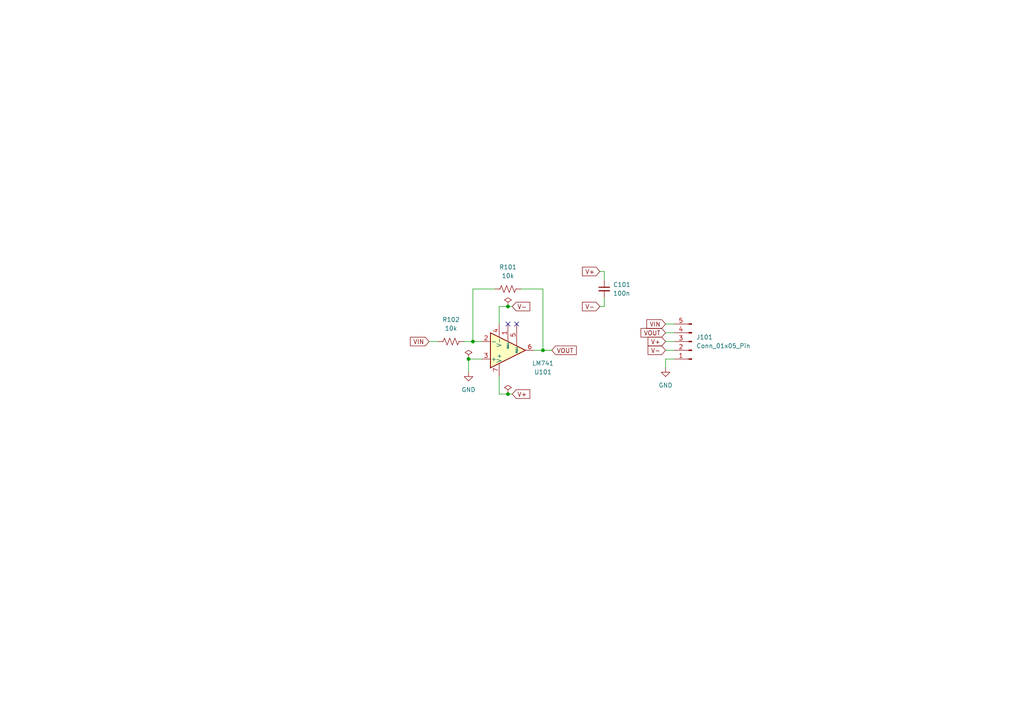
<source format=kicad_sch>
(kicad_sch (version 20231120) (generator "eeschema") (generator_version "8.0")
  (paper "A4")
  (lib_symbols
    (symbol "Amplifier_Operational:LM741" (pin_names (offset 0.127))
      (property "Reference" "U" (at 0 6.35 0))
      (property "Value" "LM741" (at 0 3.81 0))
      (symbol "LM741_0_1"
        (polyline (pts (xy -5.08 5.08) (xy 5.08 0) (xy -5.08 -5.08) (xy -5.08 5.08)) (stroke (width 0.254)) (fill (type background)))
      )
      (symbol "LM741_1_1"
        (pin input line (at 0 -7.62 90) (length 5.08) (name "NULL") (number "1"))
        (pin input line (at -7.62 -2.54 0) (length 2.54) (name "-") (number "2"))
        (pin input line (at -7.62 2.54 0) (length 2.54) (name "+") (number "3"))
        (pin power_in line (at -2.54 -7.62 90) (length 3.81) (name "V-") (number "4"))
        (pin input line (at 2.54 -7.62 90) (length 6.35) (name "NULL") (number "5"))
        (pin output line (at 7.62 0 180) (length 2.54) (name "~") (number "6"))
        (pin power_in line (at -2.54 7.62 270) (length 3.81) (name "V+") (number "7"))
        (pin no_connect line (at 0 2.54 270) (length 2.54) hide (name "NC") (number "8"))
      )
    )
    (symbol "Connector:Conn_01x05_Pin" (pin_names (offset 1.016) hide)
      (property "Reference" "J" (at 0 7.62 0))
      (property "Value" "Conn_01x05_Pin" (at 0 -7.62 0))
      (symbol "Conn_01x05_Pin_1_1"
        (polyline (pts (xy 1.27 -5.08) (xy 0.8636 -5.08)) (stroke (width 0.1524)))
        (polyline (pts (xy 1.27 -2.54) (xy 0.8636 -2.54)) (stroke (width 0.1524)))
        (polyline (pts (xy 1.27 0) (xy 0.8636 0)) (stroke (width 0.1524)))
        (polyline (pts (xy 1.27 2.54) (xy 0.8636 2.54)) (stroke (width 0.1524)))
        (polyline (pts (xy 1.27 5.08) (xy 0.8636 5.08)) (stroke (width 0.1524)))
        (rectangle (start 0.8636 -4.953) (end 0 -5.207) (stroke (width 0.1524)) (fill (type outline)))
        (rectangle (start 0.8636 -2.413) (end 0 -2.667) (stroke (width 0.1524)) (fill (type outline)))
        (rectangle (start 0.8636 0.127) (end 0 -0.127) (stroke (width 0.1524)) (fill (type outline)))
        (rectangle (start 0.8636 2.667) (end 0 2.413) (stroke (width 0.1524)) (fill (type outline)))
        (rectangle (start 0.8636 5.207) (end 0 4.953) (stroke (width 0.1524)) (fill (type outline)))
        (pin passive line (at 5.08 5.08 180) (length 3.81) (name "Pin_1") (number "1"))
        (pin passive line (at 5.08 2.54 180) (length 3.81) (name "Pin_2") (number "2"))
        (pin passive line (at 5.08 0 180) (length 3.81) (name "Pin_3") (number "3"))
        (pin passive line (at 5.08 -2.54 180) (length 3.81) (name "Pin_4") (number "4"))
        (pin passive line (at 5.08 -5.08 180) (length 3.81) (name "Pin_5") (number "5"))
      )
    )
    (symbol "Device:C_Small" (pin_numbers hide) (pin_names (offset 0.254) hide)
      (property "Reference" "C" (at 0.254 1.778 0))
      (property "Value" "C_Small" (at 0.254 -2.032 0))
      (symbol "C_Small_0_1"
        (polyline (pts (xy -1.524 -0.508) (xy 1.524 -0.508)) (stroke (width 0.3302)))
        (polyline (pts (xy -1.524 0.508) (xy 1.524 0.508)) (stroke (width 0.3048)))
      )
      (symbol "C_Small_1_1"
        (pin passive line (at 0 2.54 270) (length 2.032) (name "~") (number "1"))
        (pin passive line (at 0 -2.54 90) (length 2.032) (name "~") (number "2"))
      )
    )
    (symbol "Device:R_US" (pin_numbers hide) (pin_names (offset 0))
      (property "Reference" "R" (at 2.54 0 90))
      (property "Value" "R_US" (at -2.54 0 90))
      (symbol "R_US_0_1"
        (polyline (pts (xy 0 -2.286) (xy 0 -2.54)))
        (polyline (pts (xy 0 2.286) (xy 0 2.54)))
        (polyline (pts (xy 0 -0.762) (xy 1.016 -1.143) (xy 0 -1.524) (xy -1.016 -1.905) (xy 0 -2.286)))
        (polyline (pts (xy 0 0.762) (xy 1.016 0.381) (xy 0 0) (xy -1.016 -0.381) (xy 0 -0.762)))
        (polyline (pts (xy 0 2.286) (xy 1.016 1.905) (xy 0 1.524) (xy -1.016 1.143) (xy 0 0.762)))
      )
      (symbol "R_US_1_1"
        (pin passive line (at 0 3.81 270) (length 1.27) (name "~") (number "1"))
        (pin passive line (at 0 -3.81 90) (length 1.27) (name "~") (number "2"))
      )
    )
    (symbol "power:GND" (power) (pin_numbers hide) (pin_names (offset 0) hide)
      (property "Value" "GND" (at 0 -3.81 0))
      (symbol "GND_0_1"
        (polyline (pts (xy 0 0) (xy 0 -1.27) (xy 1.27 -1.27) (xy 0 -2.54) (xy -1.27 -1.27) (xy 0 -1.27)))
      )
      (symbol "GND_1_1"
        (pin power_in line (at 0 0 270) (length 0) (name "~") (number "1"))
      )
    )
    (symbol "power:PWR_FLAG" (power) (pin_numbers hide) (pin_names (offset 0) hide)
      (property "Value" "PWR_FLAG" (at 0 3.81 0))
      (symbol "PWR_FLAG_0_0"
        (pin power_out line (at 0 0 90) (length 0) (name "~") (number "1"))
      )
      (symbol "PWR_FLAG_0_1"
        (polyline (pts (xy 0 0) (xy 0 1.27) (xy -1.016 1.905) (xy 0 2.54) (xy 1.016 1.905) (xy 0 1.27)))
      )
    )
  )
  (junction (at 137.16 99.06))
  (junction (at 147.32 114.3))
  (junction (at 135.89 104.14))
  (junction (at 147.32 88.9))
  (junction (at 157.48 101.6))
  (no_connect (at 147.32 93.98))
  (no_connect (at 149.86 93.98))
  (wire (pts (xy 175.26 78.74) (xy 173.99 78.74)))
  (wire (pts (xy 175.26 86.36) (xy 175.26 88.9)))
  (wire (pts (xy 134.62 99.06) (xy 137.16 99.06)))
  (wire (pts (xy 193.04 99.06) (xy 195.58 99.06)))
  (wire (pts (xy 193.04 101.6) (xy 195.58 101.6)))
  (wire (pts (xy 148.59 114.3) (xy 147.32 114.3)))
  (wire (pts (xy 144.78 93.98) (xy 144.78 88.9)))
  (wire (pts (xy 175.26 81.28) (xy 175.26 78.74)))
  (wire (pts (xy 147.32 88.9) (xy 148.59 88.9)))
  (wire (pts (xy 139.7 104.14) (xy 135.89 104.14)))
  (wire (pts (xy 137.16 99.06) (xy 139.7 99.06)))
  (wire (pts (xy 147.32 114.3) (xy 144.78 114.3)))
  (wire (pts (xy 193.04 96.52) (xy 195.58 96.52)))
  (wire (pts (xy 144.78 114.3) (xy 144.78 109.22)))
  (wire (pts (xy 124.46 99.06) (xy 127 99.06)))
  (wire (pts (xy 151.13 83.82) (xy 157.48 83.82)))
  (wire (pts (xy 193.04 104.14) (xy 193.04 106.68)))
  (wire (pts (xy 143.51 83.82) (xy 137.16 83.82)))
  (wire (pts (xy 157.48 101.6) (xy 160.02 101.6)))
  (wire (pts (xy 144.78 88.9) (xy 147.32 88.9)))
  (wire (pts (xy 193.04 93.98) (xy 195.58 93.98)))
  (wire (pts (xy 137.16 83.82) (xy 137.16 99.06)))
  (wire (pts (xy 135.89 104.14) (xy 135.89 107.95)))
  (wire (pts (xy 195.58 104.14) (xy 193.04 104.14)))
  (wire (pts (xy 157.48 83.82) (xy 157.48 101.6)))
  (wire (pts (xy 157.48 101.6) (xy 154.94 101.6)))
  (wire (pts (xy 175.26 88.9) (xy 173.99 88.9)))
  (global_label "VOUT" (shape input) (at 193.04 96.52 180) (property "Intersheetrefs" "${INTERSHEET_REFS}" (effects (hide yes))))
  (global_label "V-" (shape input) (at 193.04 101.6 180) (property "Intersheetrefs" "${INTERSHEET_REFS}" (effects (hide yes))))
  (global_label "V-" (shape input) (at 173.99 88.9 180) (property "Intersheetrefs" "${INTERSHEET_REFS}" (effects (hide yes))))
  (global_label "V+" (shape input) (at 173.99 78.74 180) (property "Intersheetrefs" "${INTERSHEET_REFS}" (effects (hide yes))))
  (global_label "VIN" (shape input) (at 193.04 93.98 180) (property "Intersheetrefs" "${INTERSHEET_REFS}" (effects (hide yes))))
  (global_label "VIN" (shape input) (at 124.46 99.06 180) (property "Intersheetrefs" "${INTERSHEET_REFS}" (effects (hide yes))))
  (global_label "V-" (shape input) (at 148.59 88.9 0) (property "Intersheetrefs" "${INTERSHEET_REFS}" (effects (hide yes))))
  (global_label "V+" (shape input) (at 193.04 99.06 180) (property "Intersheetrefs" "${INTERSHEET_REFS}" (effects (hide yes))))
  (global_label "V+" (shape input) (at 148.59 114.3 0) (property "Intersheetrefs" "${INTERSHEET_REFS}" (effects (hide yes))))
  (global_label "VOUT" (shape input) (at 160.02 101.6 0) (property "Intersheetrefs" "${INTERSHEET_REFS}" (effects (hide yes))))
  (symbol (lib_id "Amplifier_Operational:LM741") (at 147.32 101.6 0) (mirror x) (unit 1)
    (property "Reference" "U101" (at 157.48 107.9186 0))
    (property "Value" "LM741" (at 157.48 105.3786 0))
    (property "Footprint" "Package_DIP:DIP-8_W7.62mm" (effects (hide yes)))
    (property "Datasheet" "http://www.ti.com/lit/ds/symlink/lm741.pdf" (effects (hide yes)))
    (property "Description" "Operational Amplifier, DIP-8/TO-99-8" (effects (hide yes)))
  )
  (symbol (lib_id "Device:R_US") (at 130.81 99.06 90) (unit 1)
    (property "Reference" "R102" (at 130.81 92.71 90))
    (property "Value" "10k" (at 130.81 95.25 90))
    (property "Footprint" "Resistor_THT:R_Axial_DIN0207_L6.3mm_D2.5mm_P7.62mm_Horizontal" (effects (hide yes)))
    (property "Description" "Resistor, US symbol" (effects (hide yes)))
  )
  (symbol (lib_id "power:PWR_FLAG") (at 135.89 104.14 0) (unit 1)
    (property "Reference" "#FLG0101" (effects (hide yes)))
    (property "Value" "PWR_FLAG" (effects (hide yes)))
    (property "Description" "Special symbol for telling ERC where power comes from" (effects (hide yes)))
  )
  (symbol (lib_id "Device:C_Small") (at 175.26 83.82 0) (unit 1)
    (property "Reference" "C101" (at 177.8 82.5562 0) (effects (justify left)))
    (property "Value" "100n" (at 177.8 85.0962 0) (effects (justify left)))
    (property "Footprint" "Capacitor_THT:C_Disc_D7.5mm_W2.5mm_P5.00mm" (effects (hide yes)))
    (property "Description" "Unpolarized capacitor, small symbol" (effects (hide yes)))
  )
  (symbol (lib_id "power:GND") (at 135.89 107.95 0) (unit 1)
    (property "Reference" "#PWR0101" (effects (hide yes)))
    (property "Value" "GND" (at 135.89 113.03 0))
    (property "Description" "Power symbol creates a global label with name \"GND\" , ground" (effects (hide yes)))
  )
  (symbol (lib_id "Connector:Conn_01x05_Pin") (at 200.66 99.06 180) (unit 1)
    (property "Reference" "J101" (at 201.93 97.7899 0) (effects (justify right)))
    (property "Value" "Conn_01x05_Pin" (at 201.93 100.3299 0) (effects (justify right)))
    (property "Footprint" "Connector_PinHeader_2.54mm:PinHeader_1x05_P2.54mm_Vertical" (effects (hide yes)))
    (property "Description" "Generic connector, single row, 01x05, script generated" (effects (hide yes)))
  )
  (symbol (lib_id "power:PWR_FLAG") (at 147.32 88.9 0) (unit 1)
    (property "Reference" "#FLG0103" (effects (hide yes)))
    (property "Value" "PWR_FLAG" (effects (hide yes)))
    (property "Description" "Special symbol for telling ERC where power comes from" (effects (hide yes)))
  )
  (symbol (lib_id "Device:R_US") (at 147.32 83.82 90) (unit 1)
    (property "Reference" "R101" (at 147.32 77.47 90))
    (property "Value" "10k" (at 147.32 80.01 90))
    (property "Footprint" "Resistor_THT:R_Axial_DIN0207_L6.3mm_D2.5mm_P7.62mm_Horizontal" (effects (hide yes)))
    (property "Description" "Resistor, US symbol" (effects (hide yes)))
  )
  (symbol (lib_id "power:PWR_FLAG") (at 147.32 114.3 0) (unit 1)
    (property "Reference" "#FLG0102" (effects (hide yes)))
    (property "Value" "PWR_FLAG" (effects (hide yes)))
    (property "Description" "Special symbol for telling ERC where power comes from" (effects (hide yes)))
  )
  (symbol (lib_id "power:GND") (at 193.04 106.68 0) (unit 1)
    (property "Reference" "#PWR0102" (effects (hide yes)))
    (property "Value" "GND" (at 193.04 111.76 0))
    (property "Description" "Power symbol creates a global label with name \"GND\" , ground" (effects (hide yes)))
  )
)
</source>
